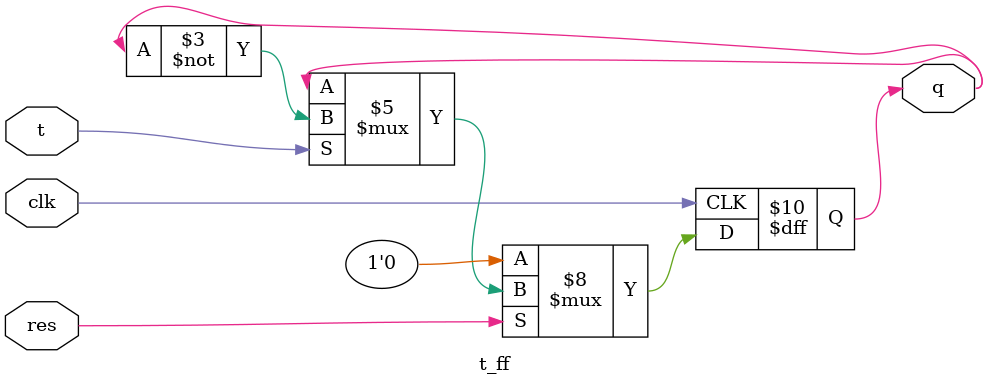
<source format=v>
`timescale 1ns / 1ps


module t_ff(input t,input res,input clk,output reg q);
always @(posedge clk)
if(!res)
q <= 0;
else
if(t)
q <= ~q;
else
q <= q;
endmodule

</source>
